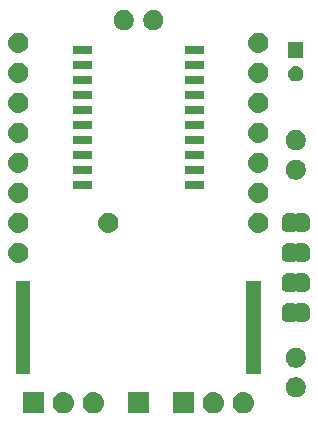
<source format=gbr>
G04 #@! TF.GenerationSoftware,KiCad,Pcbnew,(5.1.2)-1*
G04 #@! TF.CreationDate,2019-11-23T21:49:29-05:00*
G04 #@! TF.ProjectId,c128-sram,63313238-2d73-4726-916d-2e6b69636164,rev?*
G04 #@! TF.SameCoordinates,Original*
G04 #@! TF.FileFunction,Soldermask,Top*
G04 #@! TF.FilePolarity,Negative*
%FSLAX46Y46*%
G04 Gerber Fmt 4.6, Leading zero omitted, Abs format (unit mm)*
G04 Created by KiCad (PCBNEW (5.1.2)-1) date 2019-11-23 21:49:29*
%MOMM*%
%LPD*%
G04 APERTURE LIST*
%ADD10C,0.100000*%
G04 APERTURE END LIST*
D10*
G36*
X82660443Y-113405519D02*
G01*
X82726627Y-113412037D01*
X82896466Y-113463557D01*
X83052991Y-113547222D01*
X83088729Y-113576552D01*
X83190186Y-113659814D01*
X83259395Y-113744147D01*
X83302778Y-113797009D01*
X83386443Y-113953534D01*
X83437963Y-114123373D01*
X83455359Y-114300000D01*
X83437963Y-114476627D01*
X83386443Y-114646466D01*
X83302778Y-114802991D01*
X83273448Y-114838729D01*
X83190186Y-114940186D01*
X83088729Y-115023448D01*
X83052991Y-115052778D01*
X82896466Y-115136443D01*
X82726627Y-115187963D01*
X82660442Y-115194482D01*
X82594260Y-115201000D01*
X82505740Y-115201000D01*
X82439558Y-115194482D01*
X82373373Y-115187963D01*
X82203534Y-115136443D01*
X82047009Y-115052778D01*
X82011271Y-115023448D01*
X81909814Y-114940186D01*
X81826552Y-114838729D01*
X81797222Y-114802991D01*
X81713557Y-114646466D01*
X81662037Y-114476627D01*
X81644641Y-114300000D01*
X81662037Y-114123373D01*
X81713557Y-113953534D01*
X81797222Y-113797009D01*
X81840605Y-113744147D01*
X81909814Y-113659814D01*
X82011271Y-113576552D01*
X82047009Y-113547222D01*
X82203534Y-113463557D01*
X82373373Y-113412037D01*
X82439557Y-113405519D01*
X82505740Y-113399000D01*
X82594260Y-113399000D01*
X82660443Y-113405519D01*
X82660443Y-113405519D01*
G37*
G36*
X80120443Y-113405519D02*
G01*
X80186627Y-113412037D01*
X80356466Y-113463557D01*
X80512991Y-113547222D01*
X80548729Y-113576552D01*
X80650186Y-113659814D01*
X80719395Y-113744147D01*
X80762778Y-113797009D01*
X80846443Y-113953534D01*
X80897963Y-114123373D01*
X80915359Y-114300000D01*
X80897963Y-114476627D01*
X80846443Y-114646466D01*
X80762778Y-114802991D01*
X80733448Y-114838729D01*
X80650186Y-114940186D01*
X80548729Y-115023448D01*
X80512991Y-115052778D01*
X80356466Y-115136443D01*
X80186627Y-115187963D01*
X80120442Y-115194482D01*
X80054260Y-115201000D01*
X79965740Y-115201000D01*
X79899558Y-115194482D01*
X79833373Y-115187963D01*
X79663534Y-115136443D01*
X79507009Y-115052778D01*
X79471271Y-115023448D01*
X79369814Y-114940186D01*
X79286552Y-114838729D01*
X79257222Y-114802991D01*
X79173557Y-114646466D01*
X79122037Y-114476627D01*
X79104641Y-114300000D01*
X79122037Y-114123373D01*
X79173557Y-113953534D01*
X79257222Y-113797009D01*
X79300605Y-113744147D01*
X79369814Y-113659814D01*
X79471271Y-113576552D01*
X79507009Y-113547222D01*
X79663534Y-113463557D01*
X79833373Y-113412037D01*
X79899557Y-113405519D01*
X79965740Y-113399000D01*
X80054260Y-113399000D01*
X80120443Y-113405519D01*
X80120443Y-113405519D01*
G37*
G36*
X74561000Y-115201000D02*
G01*
X72759000Y-115201000D01*
X72759000Y-113399000D01*
X74561000Y-113399000D01*
X74561000Y-115201000D01*
X74561000Y-115201000D01*
G37*
G36*
X65671000Y-115201000D02*
G01*
X63869000Y-115201000D01*
X63869000Y-113399000D01*
X65671000Y-113399000D01*
X65671000Y-115201000D01*
X65671000Y-115201000D01*
G37*
G36*
X69960443Y-113405519D02*
G01*
X70026627Y-113412037D01*
X70196466Y-113463557D01*
X70352991Y-113547222D01*
X70388729Y-113576552D01*
X70490186Y-113659814D01*
X70559395Y-113744147D01*
X70602778Y-113797009D01*
X70686443Y-113953534D01*
X70737963Y-114123373D01*
X70755359Y-114300000D01*
X70737963Y-114476627D01*
X70686443Y-114646466D01*
X70602778Y-114802991D01*
X70573448Y-114838729D01*
X70490186Y-114940186D01*
X70388729Y-115023448D01*
X70352991Y-115052778D01*
X70196466Y-115136443D01*
X70026627Y-115187963D01*
X69960442Y-115194482D01*
X69894260Y-115201000D01*
X69805740Y-115201000D01*
X69739558Y-115194482D01*
X69673373Y-115187963D01*
X69503534Y-115136443D01*
X69347009Y-115052778D01*
X69311271Y-115023448D01*
X69209814Y-114940186D01*
X69126552Y-114838729D01*
X69097222Y-114802991D01*
X69013557Y-114646466D01*
X68962037Y-114476627D01*
X68944641Y-114300000D01*
X68962037Y-114123373D01*
X69013557Y-113953534D01*
X69097222Y-113797009D01*
X69140605Y-113744147D01*
X69209814Y-113659814D01*
X69311271Y-113576552D01*
X69347009Y-113547222D01*
X69503534Y-113463557D01*
X69673373Y-113412037D01*
X69739557Y-113405519D01*
X69805740Y-113399000D01*
X69894260Y-113399000D01*
X69960443Y-113405519D01*
X69960443Y-113405519D01*
G37*
G36*
X78371000Y-115201000D02*
G01*
X76569000Y-115201000D01*
X76569000Y-113399000D01*
X78371000Y-113399000D01*
X78371000Y-115201000D01*
X78371000Y-115201000D01*
G37*
G36*
X67420443Y-113405519D02*
G01*
X67486627Y-113412037D01*
X67656466Y-113463557D01*
X67812991Y-113547222D01*
X67848729Y-113576552D01*
X67950186Y-113659814D01*
X68019395Y-113744147D01*
X68062778Y-113797009D01*
X68146443Y-113953534D01*
X68197963Y-114123373D01*
X68215359Y-114300000D01*
X68197963Y-114476627D01*
X68146443Y-114646466D01*
X68062778Y-114802991D01*
X68033448Y-114838729D01*
X67950186Y-114940186D01*
X67848729Y-115023448D01*
X67812991Y-115052778D01*
X67656466Y-115136443D01*
X67486627Y-115187963D01*
X67420442Y-115194482D01*
X67354260Y-115201000D01*
X67265740Y-115201000D01*
X67199558Y-115194482D01*
X67133373Y-115187963D01*
X66963534Y-115136443D01*
X66807009Y-115052778D01*
X66771271Y-115023448D01*
X66669814Y-114940186D01*
X66586552Y-114838729D01*
X66557222Y-114802991D01*
X66473557Y-114646466D01*
X66422037Y-114476627D01*
X66404641Y-114300000D01*
X66422037Y-114123373D01*
X66473557Y-113953534D01*
X66557222Y-113797009D01*
X66600605Y-113744147D01*
X66669814Y-113659814D01*
X66771271Y-113576552D01*
X66807009Y-113547222D01*
X66963534Y-113463557D01*
X67133373Y-113412037D01*
X67199557Y-113405519D01*
X67265740Y-113399000D01*
X67354260Y-113399000D01*
X67420443Y-113405519D01*
X67420443Y-113405519D01*
G37*
G36*
X87243228Y-112171703D02*
G01*
X87398100Y-112235853D01*
X87537481Y-112328985D01*
X87656015Y-112447519D01*
X87749147Y-112586900D01*
X87813297Y-112741772D01*
X87846000Y-112906184D01*
X87846000Y-113073816D01*
X87813297Y-113238228D01*
X87749147Y-113393100D01*
X87656015Y-113532481D01*
X87537481Y-113651015D01*
X87398100Y-113744147D01*
X87243228Y-113808297D01*
X87078816Y-113841000D01*
X86911184Y-113841000D01*
X86746772Y-113808297D01*
X86591900Y-113744147D01*
X86452519Y-113651015D01*
X86333985Y-113532481D01*
X86240853Y-113393100D01*
X86176703Y-113238228D01*
X86144000Y-113073816D01*
X86144000Y-112906184D01*
X86176703Y-112741772D01*
X86240853Y-112586900D01*
X86333985Y-112447519D01*
X86452519Y-112328985D01*
X86591900Y-112235853D01*
X86746772Y-112171703D01*
X86911184Y-112139000D01*
X87078816Y-112139000D01*
X87243228Y-112171703D01*
X87243228Y-112171703D01*
G37*
G36*
X84011000Y-111876000D02*
G01*
X82809000Y-111876000D01*
X82809000Y-104024000D01*
X84011000Y-104024000D01*
X84011000Y-111876000D01*
X84011000Y-111876000D01*
G37*
G36*
X64511000Y-111876000D02*
G01*
X63309000Y-111876000D01*
X63309000Y-104024000D01*
X64511000Y-104024000D01*
X64511000Y-111876000D01*
X64511000Y-111876000D01*
G37*
G36*
X87243228Y-109671703D02*
G01*
X87398100Y-109735853D01*
X87537481Y-109828985D01*
X87656015Y-109947519D01*
X87749147Y-110086900D01*
X87813297Y-110241772D01*
X87846000Y-110406184D01*
X87846000Y-110573816D01*
X87813297Y-110738228D01*
X87749147Y-110893100D01*
X87656015Y-111032481D01*
X87537481Y-111151015D01*
X87398100Y-111244147D01*
X87243228Y-111308297D01*
X87078816Y-111341000D01*
X86911184Y-111341000D01*
X86746772Y-111308297D01*
X86591900Y-111244147D01*
X86452519Y-111151015D01*
X86333985Y-111032481D01*
X86240853Y-110893100D01*
X86176703Y-110738228D01*
X86144000Y-110573816D01*
X86144000Y-110406184D01*
X86176703Y-110241772D01*
X86240853Y-110086900D01*
X86333985Y-109947519D01*
X86452519Y-109828985D01*
X86591900Y-109735853D01*
X86746772Y-109671703D01*
X86911184Y-109639000D01*
X87078816Y-109639000D01*
X87243228Y-109671703D01*
X87243228Y-109671703D01*
G37*
G36*
X86854999Y-105879737D02*
G01*
X86864608Y-105882652D01*
X86873472Y-105887390D01*
X86881237Y-105893763D01*
X86891448Y-105906206D01*
X86898378Y-105916575D01*
X86915705Y-105933902D01*
X86936080Y-105947515D01*
X86958720Y-105956891D01*
X86982753Y-105961671D01*
X87007257Y-105961670D01*
X87031290Y-105956888D01*
X87053929Y-105947510D01*
X87074302Y-105933895D01*
X87091629Y-105916568D01*
X87098558Y-105906198D01*
X87108763Y-105893763D01*
X87116528Y-105887390D01*
X87125392Y-105882652D01*
X87135001Y-105879737D01*
X87151140Y-105878148D01*
X87638861Y-105878148D01*
X87657199Y-105879954D01*
X87669450Y-105880556D01*
X87687869Y-105880556D01*
X87710149Y-105882750D01*
X87794233Y-105899476D01*
X87815660Y-105905976D01*
X87894858Y-105938780D01*
X87900303Y-105941691D01*
X87900309Y-105941693D01*
X87909169Y-105946429D01*
X87909173Y-105946432D01*
X87914614Y-105949340D01*
X87985899Y-105996971D01*
X88003204Y-106011172D01*
X88063828Y-106071796D01*
X88078029Y-106089101D01*
X88125660Y-106160386D01*
X88128568Y-106165827D01*
X88128571Y-106165831D01*
X88133307Y-106174691D01*
X88133309Y-106174697D01*
X88136220Y-106180142D01*
X88169024Y-106259340D01*
X88175524Y-106280767D01*
X88192250Y-106364851D01*
X88194444Y-106387131D01*
X88194444Y-106405550D01*
X88195046Y-106417801D01*
X88196852Y-106436139D01*
X88196852Y-106923862D01*
X88195046Y-106942199D01*
X88194444Y-106954450D01*
X88194444Y-106972869D01*
X88192250Y-106995149D01*
X88175524Y-107079233D01*
X88169024Y-107100660D01*
X88136220Y-107179858D01*
X88133309Y-107185303D01*
X88133307Y-107185309D01*
X88128571Y-107194169D01*
X88128568Y-107194173D01*
X88125660Y-107199614D01*
X88078029Y-107270899D01*
X88063828Y-107288204D01*
X88003204Y-107348828D01*
X87985899Y-107363029D01*
X87914614Y-107410660D01*
X87909173Y-107413568D01*
X87909169Y-107413571D01*
X87900309Y-107418307D01*
X87900303Y-107418309D01*
X87894858Y-107421220D01*
X87815660Y-107454024D01*
X87794233Y-107460524D01*
X87710149Y-107477250D01*
X87687869Y-107479444D01*
X87669450Y-107479444D01*
X87657199Y-107480046D01*
X87638862Y-107481852D01*
X87151140Y-107481852D01*
X87135001Y-107480263D01*
X87125392Y-107477348D01*
X87116528Y-107472610D01*
X87108763Y-107466237D01*
X87098552Y-107453794D01*
X87091622Y-107443425D01*
X87074295Y-107426098D01*
X87053920Y-107412485D01*
X87031280Y-107403109D01*
X87007247Y-107398329D01*
X86982743Y-107398330D01*
X86958710Y-107403112D01*
X86936071Y-107412490D01*
X86915698Y-107426105D01*
X86898371Y-107443432D01*
X86891442Y-107453802D01*
X86881237Y-107466237D01*
X86873472Y-107472610D01*
X86864608Y-107477348D01*
X86854999Y-107480263D01*
X86838860Y-107481852D01*
X86351138Y-107481852D01*
X86332801Y-107480046D01*
X86320550Y-107479444D01*
X86302131Y-107479444D01*
X86279851Y-107477250D01*
X86195767Y-107460524D01*
X86174340Y-107454024D01*
X86095142Y-107421220D01*
X86089697Y-107418309D01*
X86089691Y-107418307D01*
X86080831Y-107413571D01*
X86080827Y-107413568D01*
X86075386Y-107410660D01*
X86004101Y-107363029D01*
X85986796Y-107348828D01*
X85926172Y-107288204D01*
X85911971Y-107270899D01*
X85864340Y-107199614D01*
X85861432Y-107194173D01*
X85861429Y-107194169D01*
X85856693Y-107185309D01*
X85856691Y-107185303D01*
X85853780Y-107179858D01*
X85820976Y-107100660D01*
X85814476Y-107079233D01*
X85797750Y-106995149D01*
X85795556Y-106972869D01*
X85795556Y-106954450D01*
X85794954Y-106942199D01*
X85793148Y-106923862D01*
X85793148Y-106436139D01*
X85794954Y-106417801D01*
X85795556Y-106405550D01*
X85795556Y-106387131D01*
X85797750Y-106364851D01*
X85814476Y-106280767D01*
X85820976Y-106259340D01*
X85853780Y-106180142D01*
X85856691Y-106174697D01*
X85856693Y-106174691D01*
X85861429Y-106165831D01*
X85861432Y-106165827D01*
X85864340Y-106160386D01*
X85911971Y-106089101D01*
X85926172Y-106071796D01*
X85986796Y-106011172D01*
X86004101Y-105996971D01*
X86075386Y-105949340D01*
X86080827Y-105946432D01*
X86080831Y-105946429D01*
X86089691Y-105941693D01*
X86089697Y-105941691D01*
X86095142Y-105938780D01*
X86174340Y-105905976D01*
X86195767Y-105899476D01*
X86279851Y-105882750D01*
X86302131Y-105880556D01*
X86320550Y-105880556D01*
X86332801Y-105879954D01*
X86351139Y-105878148D01*
X86838860Y-105878148D01*
X86854999Y-105879737D01*
X86854999Y-105879737D01*
G37*
G36*
X86854999Y-103339737D02*
G01*
X86864608Y-103342652D01*
X86873472Y-103347390D01*
X86881237Y-103353763D01*
X86891448Y-103366206D01*
X86898378Y-103376575D01*
X86915705Y-103393902D01*
X86936080Y-103407515D01*
X86958720Y-103416891D01*
X86982753Y-103421671D01*
X87007257Y-103421670D01*
X87031290Y-103416888D01*
X87053929Y-103407510D01*
X87074302Y-103393895D01*
X87091629Y-103376568D01*
X87098558Y-103366198D01*
X87108763Y-103353763D01*
X87116528Y-103347390D01*
X87125392Y-103342652D01*
X87135001Y-103339737D01*
X87151140Y-103338148D01*
X87638861Y-103338148D01*
X87657199Y-103339954D01*
X87669450Y-103340556D01*
X87687869Y-103340556D01*
X87710149Y-103342750D01*
X87794233Y-103359476D01*
X87815660Y-103365976D01*
X87894858Y-103398780D01*
X87900303Y-103401691D01*
X87900309Y-103401693D01*
X87909169Y-103406429D01*
X87909173Y-103406432D01*
X87914614Y-103409340D01*
X87985899Y-103456971D01*
X88003204Y-103471172D01*
X88063828Y-103531796D01*
X88078029Y-103549101D01*
X88125660Y-103620386D01*
X88128568Y-103625827D01*
X88128571Y-103625831D01*
X88133307Y-103634691D01*
X88133309Y-103634697D01*
X88136220Y-103640142D01*
X88169024Y-103719340D01*
X88175524Y-103740767D01*
X88192250Y-103824851D01*
X88194444Y-103847131D01*
X88194444Y-103865550D01*
X88195046Y-103877801D01*
X88196852Y-103896139D01*
X88196852Y-104383862D01*
X88195046Y-104402199D01*
X88194444Y-104414450D01*
X88194444Y-104432869D01*
X88192250Y-104455149D01*
X88175524Y-104539233D01*
X88169024Y-104560660D01*
X88136220Y-104639858D01*
X88133309Y-104645303D01*
X88133307Y-104645309D01*
X88128571Y-104654169D01*
X88128568Y-104654173D01*
X88125660Y-104659614D01*
X88078029Y-104730899D01*
X88063828Y-104748204D01*
X88003204Y-104808828D01*
X87985899Y-104823029D01*
X87914614Y-104870660D01*
X87909173Y-104873568D01*
X87909169Y-104873571D01*
X87900309Y-104878307D01*
X87900303Y-104878309D01*
X87894858Y-104881220D01*
X87815660Y-104914024D01*
X87794233Y-104920524D01*
X87710149Y-104937250D01*
X87687869Y-104939444D01*
X87669450Y-104939444D01*
X87657199Y-104940046D01*
X87638862Y-104941852D01*
X87151140Y-104941852D01*
X87135001Y-104940263D01*
X87125392Y-104937348D01*
X87116528Y-104932610D01*
X87108763Y-104926237D01*
X87098552Y-104913794D01*
X87091622Y-104903425D01*
X87074295Y-104886098D01*
X87053920Y-104872485D01*
X87031280Y-104863109D01*
X87007247Y-104858329D01*
X86982743Y-104858330D01*
X86958710Y-104863112D01*
X86936071Y-104872490D01*
X86915698Y-104886105D01*
X86898371Y-104903432D01*
X86891442Y-104913802D01*
X86881237Y-104926237D01*
X86873472Y-104932610D01*
X86864608Y-104937348D01*
X86854999Y-104940263D01*
X86838860Y-104941852D01*
X86351138Y-104941852D01*
X86332801Y-104940046D01*
X86320550Y-104939444D01*
X86302131Y-104939444D01*
X86279851Y-104937250D01*
X86195767Y-104920524D01*
X86174340Y-104914024D01*
X86095142Y-104881220D01*
X86089697Y-104878309D01*
X86089691Y-104878307D01*
X86080831Y-104873571D01*
X86080827Y-104873568D01*
X86075386Y-104870660D01*
X86004101Y-104823029D01*
X85986796Y-104808828D01*
X85926172Y-104748204D01*
X85911971Y-104730899D01*
X85864340Y-104659614D01*
X85861432Y-104654173D01*
X85861429Y-104654169D01*
X85856693Y-104645309D01*
X85856691Y-104645303D01*
X85853780Y-104639858D01*
X85820976Y-104560660D01*
X85814476Y-104539233D01*
X85797750Y-104455149D01*
X85795556Y-104432869D01*
X85795556Y-104414450D01*
X85794954Y-104402199D01*
X85793148Y-104383862D01*
X85793148Y-103896139D01*
X85794954Y-103877801D01*
X85795556Y-103865550D01*
X85795556Y-103847131D01*
X85797750Y-103824851D01*
X85814476Y-103740767D01*
X85820976Y-103719340D01*
X85853780Y-103640142D01*
X85856691Y-103634697D01*
X85856693Y-103634691D01*
X85861429Y-103625831D01*
X85861432Y-103625827D01*
X85864340Y-103620386D01*
X85911971Y-103549101D01*
X85926172Y-103531796D01*
X85986796Y-103471172D01*
X86004101Y-103456971D01*
X86075386Y-103409340D01*
X86080827Y-103406432D01*
X86080831Y-103406429D01*
X86089691Y-103401693D01*
X86089697Y-103401691D01*
X86095142Y-103398780D01*
X86174340Y-103365976D01*
X86195767Y-103359476D01*
X86279851Y-103342750D01*
X86302131Y-103340556D01*
X86320550Y-103340556D01*
X86332801Y-103339954D01*
X86351139Y-103338148D01*
X86838860Y-103338148D01*
X86854999Y-103339737D01*
X86854999Y-103339737D01*
G37*
G36*
X63666703Y-100762473D02*
G01*
X63827122Y-100811136D01*
X63936014Y-100869340D01*
X63974958Y-100890156D01*
X64104539Y-100996501D01*
X64210884Y-101126082D01*
X64210885Y-101126084D01*
X64289904Y-101273918D01*
X64338567Y-101434337D01*
X64354997Y-101601160D01*
X64338567Y-101767983D01*
X64289904Y-101928402D01*
X64243748Y-102014753D01*
X64210884Y-102076238D01*
X64104539Y-102205819D01*
X63974958Y-102312164D01*
X63974956Y-102312165D01*
X63827122Y-102391184D01*
X63666703Y-102439847D01*
X63541684Y-102452160D01*
X63458076Y-102452160D01*
X63333057Y-102439847D01*
X63172638Y-102391184D01*
X63024804Y-102312165D01*
X63024802Y-102312164D01*
X62895221Y-102205819D01*
X62788876Y-102076238D01*
X62756012Y-102014753D01*
X62709856Y-101928402D01*
X62661193Y-101767983D01*
X62644763Y-101601160D01*
X62661193Y-101434337D01*
X62709856Y-101273918D01*
X62788875Y-101126084D01*
X62788876Y-101126082D01*
X62895221Y-100996501D01*
X63024802Y-100890156D01*
X63063746Y-100869340D01*
X63172638Y-100811136D01*
X63333057Y-100762473D01*
X63458076Y-100750160D01*
X63541684Y-100750160D01*
X63666703Y-100762473D01*
X63666703Y-100762473D01*
G37*
G36*
X86854999Y-100799737D02*
G01*
X86864608Y-100802652D01*
X86873472Y-100807390D01*
X86881237Y-100813763D01*
X86891448Y-100826206D01*
X86898378Y-100836575D01*
X86915705Y-100853902D01*
X86936080Y-100867515D01*
X86958720Y-100876891D01*
X86982753Y-100881671D01*
X87007257Y-100881670D01*
X87031290Y-100876888D01*
X87053929Y-100867510D01*
X87074302Y-100853895D01*
X87091629Y-100836568D01*
X87098558Y-100826198D01*
X87108763Y-100813763D01*
X87116528Y-100807390D01*
X87125392Y-100802652D01*
X87135001Y-100799737D01*
X87151140Y-100798148D01*
X87638861Y-100798148D01*
X87657199Y-100799954D01*
X87669450Y-100800556D01*
X87687869Y-100800556D01*
X87710149Y-100802750D01*
X87794233Y-100819476D01*
X87815660Y-100825976D01*
X87894858Y-100858780D01*
X87900303Y-100861691D01*
X87900309Y-100861693D01*
X87909169Y-100866429D01*
X87909173Y-100866432D01*
X87914614Y-100869340D01*
X87985899Y-100916971D01*
X88003204Y-100931172D01*
X88063828Y-100991796D01*
X88078029Y-101009101D01*
X88125660Y-101080386D01*
X88128568Y-101085827D01*
X88128571Y-101085831D01*
X88133307Y-101094691D01*
X88133309Y-101094697D01*
X88136220Y-101100142D01*
X88169024Y-101179340D01*
X88175524Y-101200767D01*
X88192250Y-101284851D01*
X88194444Y-101307131D01*
X88194444Y-101325550D01*
X88195046Y-101337801D01*
X88196852Y-101356139D01*
X88196852Y-101843862D01*
X88195046Y-101862199D01*
X88194444Y-101874450D01*
X88194444Y-101892869D01*
X88192250Y-101915149D01*
X88175524Y-101999233D01*
X88169024Y-102020660D01*
X88136220Y-102099858D01*
X88133309Y-102105303D01*
X88133307Y-102105309D01*
X88128571Y-102114169D01*
X88128568Y-102114173D01*
X88125660Y-102119614D01*
X88078029Y-102190899D01*
X88063828Y-102208204D01*
X88003204Y-102268828D01*
X87985899Y-102283029D01*
X87914614Y-102330660D01*
X87909173Y-102333568D01*
X87909169Y-102333571D01*
X87900309Y-102338307D01*
X87900303Y-102338309D01*
X87894858Y-102341220D01*
X87815660Y-102374024D01*
X87794233Y-102380524D01*
X87710149Y-102397250D01*
X87687869Y-102399444D01*
X87669450Y-102399444D01*
X87657199Y-102400046D01*
X87638862Y-102401852D01*
X87151140Y-102401852D01*
X87135001Y-102400263D01*
X87125392Y-102397348D01*
X87116528Y-102392610D01*
X87108763Y-102386237D01*
X87098552Y-102373794D01*
X87091622Y-102363425D01*
X87074295Y-102346098D01*
X87053920Y-102332485D01*
X87031280Y-102323109D01*
X87007247Y-102318329D01*
X86982743Y-102318330D01*
X86958710Y-102323112D01*
X86936071Y-102332490D01*
X86915698Y-102346105D01*
X86898371Y-102363432D01*
X86891442Y-102373802D01*
X86881237Y-102386237D01*
X86873472Y-102392610D01*
X86864608Y-102397348D01*
X86854999Y-102400263D01*
X86838860Y-102401852D01*
X86351138Y-102401852D01*
X86332801Y-102400046D01*
X86320550Y-102399444D01*
X86302131Y-102399444D01*
X86279851Y-102397250D01*
X86195767Y-102380524D01*
X86174340Y-102374024D01*
X86095142Y-102341220D01*
X86089697Y-102338309D01*
X86089691Y-102338307D01*
X86080831Y-102333571D01*
X86080827Y-102333568D01*
X86075386Y-102330660D01*
X86004101Y-102283029D01*
X85986796Y-102268828D01*
X85926172Y-102208204D01*
X85911971Y-102190899D01*
X85864340Y-102119614D01*
X85861432Y-102114173D01*
X85861429Y-102114169D01*
X85856693Y-102105309D01*
X85856691Y-102105303D01*
X85853780Y-102099858D01*
X85820976Y-102020660D01*
X85814476Y-101999233D01*
X85797750Y-101915149D01*
X85795556Y-101892869D01*
X85795556Y-101874450D01*
X85794954Y-101862199D01*
X85793148Y-101843862D01*
X85793148Y-101356139D01*
X85794954Y-101337801D01*
X85795556Y-101325550D01*
X85795556Y-101307131D01*
X85797750Y-101284851D01*
X85814476Y-101200767D01*
X85820976Y-101179340D01*
X85853780Y-101100142D01*
X85856691Y-101094697D01*
X85856693Y-101094691D01*
X85861429Y-101085831D01*
X85861432Y-101085827D01*
X85864340Y-101080386D01*
X85911971Y-101009101D01*
X85926172Y-100991796D01*
X85986796Y-100931172D01*
X86004101Y-100916971D01*
X86075386Y-100869340D01*
X86080827Y-100866432D01*
X86080831Y-100866429D01*
X86089691Y-100861693D01*
X86089697Y-100861691D01*
X86095142Y-100858780D01*
X86174340Y-100825976D01*
X86195767Y-100819476D01*
X86279851Y-100802750D01*
X86302131Y-100800556D01*
X86320550Y-100800556D01*
X86332801Y-100799954D01*
X86351139Y-100798148D01*
X86838860Y-100798148D01*
X86854999Y-100799737D01*
X86854999Y-100799737D01*
G37*
G36*
X83986703Y-98222473D02*
G01*
X84147122Y-98271136D01*
X84256014Y-98329340D01*
X84294958Y-98350156D01*
X84424539Y-98456501D01*
X84530884Y-98586082D01*
X84530885Y-98586084D01*
X84609904Y-98733918D01*
X84658567Y-98894337D01*
X84674997Y-99061160D01*
X84658567Y-99227983D01*
X84609904Y-99388402D01*
X84563748Y-99474753D01*
X84530884Y-99536238D01*
X84424539Y-99665819D01*
X84294958Y-99772164D01*
X84294956Y-99772165D01*
X84147122Y-99851184D01*
X83986703Y-99899847D01*
X83861684Y-99912160D01*
X83778076Y-99912160D01*
X83653057Y-99899847D01*
X83492638Y-99851184D01*
X83344804Y-99772165D01*
X83344802Y-99772164D01*
X83215221Y-99665819D01*
X83108876Y-99536238D01*
X83076012Y-99474753D01*
X83029856Y-99388402D01*
X82981193Y-99227983D01*
X82964763Y-99061160D01*
X82981193Y-98894337D01*
X83029856Y-98733918D01*
X83108875Y-98586084D01*
X83108876Y-98586082D01*
X83215221Y-98456501D01*
X83344802Y-98350156D01*
X83383746Y-98329340D01*
X83492638Y-98271136D01*
X83653057Y-98222473D01*
X83778076Y-98210160D01*
X83861684Y-98210160D01*
X83986703Y-98222473D01*
X83986703Y-98222473D01*
G37*
G36*
X71286703Y-98222473D02*
G01*
X71447122Y-98271136D01*
X71556014Y-98329340D01*
X71594958Y-98350156D01*
X71724539Y-98456501D01*
X71830884Y-98586082D01*
X71830885Y-98586084D01*
X71909904Y-98733918D01*
X71958567Y-98894337D01*
X71974997Y-99061160D01*
X71958567Y-99227983D01*
X71909904Y-99388402D01*
X71863748Y-99474753D01*
X71830884Y-99536238D01*
X71724539Y-99665819D01*
X71594958Y-99772164D01*
X71594956Y-99772165D01*
X71447122Y-99851184D01*
X71286703Y-99899847D01*
X71161684Y-99912160D01*
X71078076Y-99912160D01*
X70953057Y-99899847D01*
X70792638Y-99851184D01*
X70644804Y-99772165D01*
X70644802Y-99772164D01*
X70515221Y-99665819D01*
X70408876Y-99536238D01*
X70376012Y-99474753D01*
X70329856Y-99388402D01*
X70281193Y-99227983D01*
X70264763Y-99061160D01*
X70281193Y-98894337D01*
X70329856Y-98733918D01*
X70408875Y-98586084D01*
X70408876Y-98586082D01*
X70515221Y-98456501D01*
X70644802Y-98350156D01*
X70683746Y-98329340D01*
X70792638Y-98271136D01*
X70953057Y-98222473D01*
X71078076Y-98210160D01*
X71161684Y-98210160D01*
X71286703Y-98222473D01*
X71286703Y-98222473D01*
G37*
G36*
X63666703Y-98222473D02*
G01*
X63827122Y-98271136D01*
X63936014Y-98329340D01*
X63974958Y-98350156D01*
X64104539Y-98456501D01*
X64210884Y-98586082D01*
X64210885Y-98586084D01*
X64289904Y-98733918D01*
X64338567Y-98894337D01*
X64354997Y-99061160D01*
X64338567Y-99227983D01*
X64289904Y-99388402D01*
X64243748Y-99474753D01*
X64210884Y-99536238D01*
X64104539Y-99665819D01*
X63974958Y-99772164D01*
X63974956Y-99772165D01*
X63827122Y-99851184D01*
X63666703Y-99899847D01*
X63541684Y-99912160D01*
X63458076Y-99912160D01*
X63333057Y-99899847D01*
X63172638Y-99851184D01*
X63024804Y-99772165D01*
X63024802Y-99772164D01*
X62895221Y-99665819D01*
X62788876Y-99536238D01*
X62756012Y-99474753D01*
X62709856Y-99388402D01*
X62661193Y-99227983D01*
X62644763Y-99061160D01*
X62661193Y-98894337D01*
X62709856Y-98733918D01*
X62788875Y-98586084D01*
X62788876Y-98586082D01*
X62895221Y-98456501D01*
X63024802Y-98350156D01*
X63063746Y-98329340D01*
X63172638Y-98271136D01*
X63333057Y-98222473D01*
X63458076Y-98210160D01*
X63541684Y-98210160D01*
X63666703Y-98222473D01*
X63666703Y-98222473D01*
G37*
G36*
X86854999Y-98259737D02*
G01*
X86864608Y-98262652D01*
X86873472Y-98267390D01*
X86881237Y-98273763D01*
X86891448Y-98286206D01*
X86898378Y-98296575D01*
X86915705Y-98313902D01*
X86936080Y-98327515D01*
X86958720Y-98336891D01*
X86982753Y-98341671D01*
X87007257Y-98341670D01*
X87031290Y-98336888D01*
X87053929Y-98327510D01*
X87074302Y-98313895D01*
X87091629Y-98296568D01*
X87098558Y-98286198D01*
X87108763Y-98273763D01*
X87116528Y-98267390D01*
X87125392Y-98262652D01*
X87135001Y-98259737D01*
X87151140Y-98258148D01*
X87638861Y-98258148D01*
X87657199Y-98259954D01*
X87669450Y-98260556D01*
X87687869Y-98260556D01*
X87710149Y-98262750D01*
X87794233Y-98279476D01*
X87815660Y-98285976D01*
X87894858Y-98318780D01*
X87900303Y-98321691D01*
X87900309Y-98321693D01*
X87909169Y-98326429D01*
X87909173Y-98326432D01*
X87914614Y-98329340D01*
X87985899Y-98376971D01*
X88003204Y-98391172D01*
X88063828Y-98451796D01*
X88078029Y-98469101D01*
X88125660Y-98540386D01*
X88128568Y-98545827D01*
X88128571Y-98545831D01*
X88133307Y-98554691D01*
X88133309Y-98554697D01*
X88136220Y-98560142D01*
X88169024Y-98639340D01*
X88175524Y-98660767D01*
X88192250Y-98744851D01*
X88194444Y-98767131D01*
X88194444Y-98785550D01*
X88195046Y-98797801D01*
X88196852Y-98816139D01*
X88196852Y-99303862D01*
X88195046Y-99322199D01*
X88194444Y-99334450D01*
X88194444Y-99352869D01*
X88192250Y-99375149D01*
X88175524Y-99459233D01*
X88169024Y-99480660D01*
X88136220Y-99559858D01*
X88133309Y-99565303D01*
X88133307Y-99565309D01*
X88128571Y-99574169D01*
X88128568Y-99574173D01*
X88125660Y-99579614D01*
X88078029Y-99650899D01*
X88063828Y-99668204D01*
X88003204Y-99728828D01*
X87985899Y-99743029D01*
X87914614Y-99790660D01*
X87909173Y-99793568D01*
X87909169Y-99793571D01*
X87900309Y-99798307D01*
X87900303Y-99798309D01*
X87894858Y-99801220D01*
X87815660Y-99834024D01*
X87794233Y-99840524D01*
X87710149Y-99857250D01*
X87687869Y-99859444D01*
X87669450Y-99859444D01*
X87657199Y-99860046D01*
X87638862Y-99861852D01*
X87151140Y-99861852D01*
X87135001Y-99860263D01*
X87125392Y-99857348D01*
X87116528Y-99852610D01*
X87108763Y-99846237D01*
X87098552Y-99833794D01*
X87091622Y-99823425D01*
X87074295Y-99806098D01*
X87053920Y-99792485D01*
X87031280Y-99783109D01*
X87007247Y-99778329D01*
X86982743Y-99778330D01*
X86958710Y-99783112D01*
X86936071Y-99792490D01*
X86915698Y-99806105D01*
X86898371Y-99823432D01*
X86891442Y-99833802D01*
X86881237Y-99846237D01*
X86873472Y-99852610D01*
X86864608Y-99857348D01*
X86854999Y-99860263D01*
X86838860Y-99861852D01*
X86351138Y-99861852D01*
X86332801Y-99860046D01*
X86320550Y-99859444D01*
X86302131Y-99859444D01*
X86279851Y-99857250D01*
X86195767Y-99840524D01*
X86174340Y-99834024D01*
X86095142Y-99801220D01*
X86089697Y-99798309D01*
X86089691Y-99798307D01*
X86080831Y-99793571D01*
X86080827Y-99793568D01*
X86075386Y-99790660D01*
X86004101Y-99743029D01*
X85986796Y-99728828D01*
X85926172Y-99668204D01*
X85911971Y-99650899D01*
X85864340Y-99579614D01*
X85861432Y-99574173D01*
X85861429Y-99574169D01*
X85856693Y-99565309D01*
X85856691Y-99565303D01*
X85853780Y-99559858D01*
X85820976Y-99480660D01*
X85814476Y-99459233D01*
X85797750Y-99375149D01*
X85795556Y-99352869D01*
X85795556Y-99334450D01*
X85794954Y-99322199D01*
X85793148Y-99303862D01*
X85793148Y-98816139D01*
X85794954Y-98797801D01*
X85795556Y-98785550D01*
X85795556Y-98767131D01*
X85797750Y-98744851D01*
X85814476Y-98660767D01*
X85820976Y-98639340D01*
X85853780Y-98560142D01*
X85856691Y-98554697D01*
X85856693Y-98554691D01*
X85861429Y-98545831D01*
X85861432Y-98545827D01*
X85864340Y-98540386D01*
X85911971Y-98469101D01*
X85926172Y-98451796D01*
X85986796Y-98391172D01*
X86004101Y-98376971D01*
X86075386Y-98329340D01*
X86080827Y-98326432D01*
X86080831Y-98326429D01*
X86089691Y-98321693D01*
X86089697Y-98321691D01*
X86095142Y-98318780D01*
X86174340Y-98285976D01*
X86195767Y-98279476D01*
X86279851Y-98262750D01*
X86302131Y-98260556D01*
X86320550Y-98260556D01*
X86332801Y-98259954D01*
X86351139Y-98258148D01*
X86838860Y-98258148D01*
X86854999Y-98259737D01*
X86854999Y-98259737D01*
G37*
G36*
X63666703Y-95682473D02*
G01*
X63827122Y-95731136D01*
X63959786Y-95802046D01*
X63974958Y-95810156D01*
X64104539Y-95916501D01*
X64210884Y-96046082D01*
X64210885Y-96046084D01*
X64289904Y-96193918D01*
X64338567Y-96354337D01*
X64354997Y-96521160D01*
X64338567Y-96687983D01*
X64289904Y-96848402D01*
X64218994Y-96981066D01*
X64210884Y-96996238D01*
X64104539Y-97125819D01*
X63974958Y-97232164D01*
X63974956Y-97232165D01*
X63827122Y-97311184D01*
X63666703Y-97359847D01*
X63541684Y-97372160D01*
X63458076Y-97372160D01*
X63333057Y-97359847D01*
X63172638Y-97311184D01*
X63024804Y-97232165D01*
X63024802Y-97232164D01*
X62895221Y-97125819D01*
X62788876Y-96996238D01*
X62780766Y-96981066D01*
X62709856Y-96848402D01*
X62661193Y-96687983D01*
X62644763Y-96521160D01*
X62661193Y-96354337D01*
X62709856Y-96193918D01*
X62788875Y-96046084D01*
X62788876Y-96046082D01*
X62895221Y-95916501D01*
X63024802Y-95810156D01*
X63039974Y-95802046D01*
X63172638Y-95731136D01*
X63333057Y-95682473D01*
X63458076Y-95670160D01*
X63541684Y-95670160D01*
X63666703Y-95682473D01*
X63666703Y-95682473D01*
G37*
G36*
X83986703Y-95682473D02*
G01*
X84147122Y-95731136D01*
X84279786Y-95802046D01*
X84294958Y-95810156D01*
X84424539Y-95916501D01*
X84530884Y-96046082D01*
X84530885Y-96046084D01*
X84609904Y-96193918D01*
X84658567Y-96354337D01*
X84674997Y-96521160D01*
X84658567Y-96687983D01*
X84609904Y-96848402D01*
X84538994Y-96981066D01*
X84530884Y-96996238D01*
X84424539Y-97125819D01*
X84294958Y-97232164D01*
X84294956Y-97232165D01*
X84147122Y-97311184D01*
X83986703Y-97359847D01*
X83861684Y-97372160D01*
X83778076Y-97372160D01*
X83653057Y-97359847D01*
X83492638Y-97311184D01*
X83344804Y-97232165D01*
X83344802Y-97232164D01*
X83215221Y-97125819D01*
X83108876Y-96996238D01*
X83100766Y-96981066D01*
X83029856Y-96848402D01*
X82981193Y-96687983D01*
X82964763Y-96521160D01*
X82981193Y-96354337D01*
X83029856Y-96193918D01*
X83108875Y-96046084D01*
X83108876Y-96046082D01*
X83215221Y-95916501D01*
X83344802Y-95810156D01*
X83359974Y-95802046D01*
X83492638Y-95731136D01*
X83653057Y-95682473D01*
X83778076Y-95670160D01*
X83861684Y-95670160D01*
X83986703Y-95682473D01*
X83986703Y-95682473D01*
G37*
G36*
X79211000Y-96236000D02*
G01*
X77609000Y-96236000D01*
X77609000Y-95534000D01*
X79211000Y-95534000D01*
X79211000Y-96236000D01*
X79211000Y-96236000D01*
G37*
G36*
X69711000Y-96236000D02*
G01*
X68109000Y-96236000D01*
X68109000Y-95534000D01*
X69711000Y-95534000D01*
X69711000Y-96236000D01*
X69711000Y-96236000D01*
G37*
G36*
X87243228Y-93756703D02*
G01*
X87398100Y-93820853D01*
X87537481Y-93913985D01*
X87656015Y-94032519D01*
X87749147Y-94171900D01*
X87813297Y-94326772D01*
X87846000Y-94491184D01*
X87846000Y-94658816D01*
X87813297Y-94823228D01*
X87749147Y-94978100D01*
X87656015Y-95117481D01*
X87537481Y-95236015D01*
X87398100Y-95329147D01*
X87243228Y-95393297D01*
X87078816Y-95426000D01*
X86911184Y-95426000D01*
X86746772Y-95393297D01*
X86591900Y-95329147D01*
X86452519Y-95236015D01*
X86333985Y-95117481D01*
X86240853Y-94978100D01*
X86176703Y-94823228D01*
X86144000Y-94658816D01*
X86144000Y-94491184D01*
X86176703Y-94326772D01*
X86240853Y-94171900D01*
X86333985Y-94032519D01*
X86452519Y-93913985D01*
X86591900Y-93820853D01*
X86746772Y-93756703D01*
X86911184Y-93724000D01*
X87078816Y-93724000D01*
X87243228Y-93756703D01*
X87243228Y-93756703D01*
G37*
G36*
X79211000Y-94966000D02*
G01*
X77609000Y-94966000D01*
X77609000Y-94264000D01*
X79211000Y-94264000D01*
X79211000Y-94966000D01*
X79211000Y-94966000D01*
G37*
G36*
X69711000Y-94966000D02*
G01*
X68109000Y-94966000D01*
X68109000Y-94264000D01*
X69711000Y-94264000D01*
X69711000Y-94966000D01*
X69711000Y-94966000D01*
G37*
G36*
X83986703Y-93142473D02*
G01*
X84147122Y-93191136D01*
X84279786Y-93262046D01*
X84294958Y-93270156D01*
X84424539Y-93376501D01*
X84530884Y-93506082D01*
X84530885Y-93506084D01*
X84609904Y-93653918D01*
X84658567Y-93814337D01*
X84674997Y-93981160D01*
X84658567Y-94147983D01*
X84609904Y-94308402D01*
X84600085Y-94326772D01*
X84530884Y-94456238D01*
X84424539Y-94585819D01*
X84294958Y-94692164D01*
X84294956Y-94692165D01*
X84147122Y-94771184D01*
X83986703Y-94819847D01*
X83861684Y-94832160D01*
X83778076Y-94832160D01*
X83653057Y-94819847D01*
X83492638Y-94771184D01*
X83344804Y-94692165D01*
X83344802Y-94692164D01*
X83215221Y-94585819D01*
X83108876Y-94456238D01*
X83039675Y-94326772D01*
X83029856Y-94308402D01*
X82981193Y-94147983D01*
X82964763Y-93981160D01*
X82981193Y-93814337D01*
X83029856Y-93653918D01*
X83108875Y-93506084D01*
X83108876Y-93506082D01*
X83215221Y-93376501D01*
X83344802Y-93270156D01*
X83359974Y-93262046D01*
X83492638Y-93191136D01*
X83653057Y-93142473D01*
X83778076Y-93130160D01*
X83861684Y-93130160D01*
X83986703Y-93142473D01*
X83986703Y-93142473D01*
G37*
G36*
X63666703Y-93142473D02*
G01*
X63827122Y-93191136D01*
X63959786Y-93262046D01*
X63974958Y-93270156D01*
X64104539Y-93376501D01*
X64210884Y-93506082D01*
X64210885Y-93506084D01*
X64289904Y-93653918D01*
X64338567Y-93814337D01*
X64354997Y-93981160D01*
X64338567Y-94147983D01*
X64289904Y-94308402D01*
X64280085Y-94326772D01*
X64210884Y-94456238D01*
X64104539Y-94585819D01*
X63974958Y-94692164D01*
X63974956Y-94692165D01*
X63827122Y-94771184D01*
X63666703Y-94819847D01*
X63541684Y-94832160D01*
X63458076Y-94832160D01*
X63333057Y-94819847D01*
X63172638Y-94771184D01*
X63024804Y-94692165D01*
X63024802Y-94692164D01*
X62895221Y-94585819D01*
X62788876Y-94456238D01*
X62719675Y-94326772D01*
X62709856Y-94308402D01*
X62661193Y-94147983D01*
X62644763Y-93981160D01*
X62661193Y-93814337D01*
X62709856Y-93653918D01*
X62788875Y-93506084D01*
X62788876Y-93506082D01*
X62895221Y-93376501D01*
X63024802Y-93270156D01*
X63039974Y-93262046D01*
X63172638Y-93191136D01*
X63333057Y-93142473D01*
X63458076Y-93130160D01*
X63541684Y-93130160D01*
X63666703Y-93142473D01*
X63666703Y-93142473D01*
G37*
G36*
X79211000Y-93696000D02*
G01*
X77609000Y-93696000D01*
X77609000Y-92994000D01*
X79211000Y-92994000D01*
X79211000Y-93696000D01*
X79211000Y-93696000D01*
G37*
G36*
X69711000Y-93696000D02*
G01*
X68109000Y-93696000D01*
X68109000Y-92994000D01*
X69711000Y-92994000D01*
X69711000Y-93696000D01*
X69711000Y-93696000D01*
G37*
G36*
X87243228Y-91256703D02*
G01*
X87398100Y-91320853D01*
X87537481Y-91413985D01*
X87656015Y-91532519D01*
X87749147Y-91671900D01*
X87813297Y-91826772D01*
X87846000Y-91991184D01*
X87846000Y-92158816D01*
X87813297Y-92323228D01*
X87749147Y-92478100D01*
X87656015Y-92617481D01*
X87537481Y-92736015D01*
X87398100Y-92829147D01*
X87243228Y-92893297D01*
X87078816Y-92926000D01*
X86911184Y-92926000D01*
X86746772Y-92893297D01*
X86591900Y-92829147D01*
X86452519Y-92736015D01*
X86333985Y-92617481D01*
X86240853Y-92478100D01*
X86176703Y-92323228D01*
X86144000Y-92158816D01*
X86144000Y-91991184D01*
X86176703Y-91826772D01*
X86240853Y-91671900D01*
X86333985Y-91532519D01*
X86452519Y-91413985D01*
X86591900Y-91320853D01*
X86746772Y-91256703D01*
X86911184Y-91224000D01*
X87078816Y-91224000D01*
X87243228Y-91256703D01*
X87243228Y-91256703D01*
G37*
G36*
X79211000Y-92426000D02*
G01*
X77609000Y-92426000D01*
X77609000Y-91724000D01*
X79211000Y-91724000D01*
X79211000Y-92426000D01*
X79211000Y-92426000D01*
G37*
G36*
X69711000Y-92426000D02*
G01*
X68109000Y-92426000D01*
X68109000Y-91724000D01*
X69711000Y-91724000D01*
X69711000Y-92426000D01*
X69711000Y-92426000D01*
G37*
G36*
X63666703Y-90602473D02*
G01*
X63827122Y-90651136D01*
X63959786Y-90722046D01*
X63974958Y-90730156D01*
X64104539Y-90836501D01*
X64210884Y-90966082D01*
X64210885Y-90966084D01*
X64289904Y-91113918D01*
X64338567Y-91274337D01*
X64354997Y-91441160D01*
X64338567Y-91607983D01*
X64289904Y-91768402D01*
X64218994Y-91901066D01*
X64210884Y-91916238D01*
X64104539Y-92045819D01*
X63974958Y-92152164D01*
X63974956Y-92152165D01*
X63827122Y-92231184D01*
X63666703Y-92279847D01*
X63541684Y-92292160D01*
X63458076Y-92292160D01*
X63333057Y-92279847D01*
X63172638Y-92231184D01*
X63024804Y-92152165D01*
X63024802Y-92152164D01*
X62895221Y-92045819D01*
X62788876Y-91916238D01*
X62780766Y-91901066D01*
X62709856Y-91768402D01*
X62661193Y-91607983D01*
X62644763Y-91441160D01*
X62661193Y-91274337D01*
X62709856Y-91113918D01*
X62788875Y-90966084D01*
X62788876Y-90966082D01*
X62895221Y-90836501D01*
X63024802Y-90730156D01*
X63039974Y-90722046D01*
X63172638Y-90651136D01*
X63333057Y-90602473D01*
X63458076Y-90590160D01*
X63541684Y-90590160D01*
X63666703Y-90602473D01*
X63666703Y-90602473D01*
G37*
G36*
X83986703Y-90602473D02*
G01*
X84147122Y-90651136D01*
X84279786Y-90722046D01*
X84294958Y-90730156D01*
X84424539Y-90836501D01*
X84530884Y-90966082D01*
X84530885Y-90966084D01*
X84609904Y-91113918D01*
X84658567Y-91274337D01*
X84674997Y-91441160D01*
X84658567Y-91607983D01*
X84609904Y-91768402D01*
X84538994Y-91901066D01*
X84530884Y-91916238D01*
X84424539Y-92045819D01*
X84294958Y-92152164D01*
X84294956Y-92152165D01*
X84147122Y-92231184D01*
X83986703Y-92279847D01*
X83861684Y-92292160D01*
X83778076Y-92292160D01*
X83653057Y-92279847D01*
X83492638Y-92231184D01*
X83344804Y-92152165D01*
X83344802Y-92152164D01*
X83215221Y-92045819D01*
X83108876Y-91916238D01*
X83100766Y-91901066D01*
X83029856Y-91768402D01*
X82981193Y-91607983D01*
X82964763Y-91441160D01*
X82981193Y-91274337D01*
X83029856Y-91113918D01*
X83108875Y-90966084D01*
X83108876Y-90966082D01*
X83215221Y-90836501D01*
X83344802Y-90730156D01*
X83359974Y-90722046D01*
X83492638Y-90651136D01*
X83653057Y-90602473D01*
X83778076Y-90590160D01*
X83861684Y-90590160D01*
X83986703Y-90602473D01*
X83986703Y-90602473D01*
G37*
G36*
X79211000Y-91156000D02*
G01*
X77609000Y-91156000D01*
X77609000Y-90454000D01*
X79211000Y-90454000D01*
X79211000Y-91156000D01*
X79211000Y-91156000D01*
G37*
G36*
X69711000Y-91156000D02*
G01*
X68109000Y-91156000D01*
X68109000Y-90454000D01*
X69711000Y-90454000D01*
X69711000Y-91156000D01*
X69711000Y-91156000D01*
G37*
G36*
X79211000Y-89886000D02*
G01*
X77609000Y-89886000D01*
X77609000Y-89184000D01*
X79211000Y-89184000D01*
X79211000Y-89886000D01*
X79211000Y-89886000D01*
G37*
G36*
X69711000Y-89886000D02*
G01*
X68109000Y-89886000D01*
X68109000Y-89184000D01*
X69711000Y-89184000D01*
X69711000Y-89886000D01*
X69711000Y-89886000D01*
G37*
G36*
X63666703Y-88062473D02*
G01*
X63827122Y-88111136D01*
X63959786Y-88182046D01*
X63974958Y-88190156D01*
X64104539Y-88296501D01*
X64210884Y-88426082D01*
X64210885Y-88426084D01*
X64289904Y-88573918D01*
X64338567Y-88734337D01*
X64354997Y-88901160D01*
X64338567Y-89067983D01*
X64289904Y-89228402D01*
X64218994Y-89361066D01*
X64210884Y-89376238D01*
X64104539Y-89505819D01*
X63974958Y-89612164D01*
X63974956Y-89612165D01*
X63827122Y-89691184D01*
X63666703Y-89739847D01*
X63541684Y-89752160D01*
X63458076Y-89752160D01*
X63333057Y-89739847D01*
X63172638Y-89691184D01*
X63024804Y-89612165D01*
X63024802Y-89612164D01*
X62895221Y-89505819D01*
X62788876Y-89376238D01*
X62780766Y-89361066D01*
X62709856Y-89228402D01*
X62661193Y-89067983D01*
X62644763Y-88901160D01*
X62661193Y-88734337D01*
X62709856Y-88573918D01*
X62788875Y-88426084D01*
X62788876Y-88426082D01*
X62895221Y-88296501D01*
X63024802Y-88190156D01*
X63039974Y-88182046D01*
X63172638Y-88111136D01*
X63333057Y-88062473D01*
X63458076Y-88050160D01*
X63541684Y-88050160D01*
X63666703Y-88062473D01*
X63666703Y-88062473D01*
G37*
G36*
X83986703Y-88062473D02*
G01*
X84147122Y-88111136D01*
X84279786Y-88182046D01*
X84294958Y-88190156D01*
X84424539Y-88296501D01*
X84530884Y-88426082D01*
X84530885Y-88426084D01*
X84609904Y-88573918D01*
X84658567Y-88734337D01*
X84674997Y-88901160D01*
X84658567Y-89067983D01*
X84609904Y-89228402D01*
X84538994Y-89361066D01*
X84530884Y-89376238D01*
X84424539Y-89505819D01*
X84294958Y-89612164D01*
X84294956Y-89612165D01*
X84147122Y-89691184D01*
X83986703Y-89739847D01*
X83861684Y-89752160D01*
X83778076Y-89752160D01*
X83653057Y-89739847D01*
X83492638Y-89691184D01*
X83344804Y-89612165D01*
X83344802Y-89612164D01*
X83215221Y-89505819D01*
X83108876Y-89376238D01*
X83100766Y-89361066D01*
X83029856Y-89228402D01*
X82981193Y-89067983D01*
X82964763Y-88901160D01*
X82981193Y-88734337D01*
X83029856Y-88573918D01*
X83108875Y-88426084D01*
X83108876Y-88426082D01*
X83215221Y-88296501D01*
X83344802Y-88190156D01*
X83359974Y-88182046D01*
X83492638Y-88111136D01*
X83653057Y-88062473D01*
X83778076Y-88050160D01*
X83861684Y-88050160D01*
X83986703Y-88062473D01*
X83986703Y-88062473D01*
G37*
G36*
X79211000Y-88616000D02*
G01*
X77609000Y-88616000D01*
X77609000Y-87914000D01*
X79211000Y-87914000D01*
X79211000Y-88616000D01*
X79211000Y-88616000D01*
G37*
G36*
X69711000Y-88616000D02*
G01*
X68109000Y-88616000D01*
X68109000Y-87914000D01*
X69711000Y-87914000D01*
X69711000Y-88616000D01*
X69711000Y-88616000D01*
G37*
G36*
X69711000Y-87346000D02*
G01*
X68109000Y-87346000D01*
X68109000Y-86644000D01*
X69711000Y-86644000D01*
X69711000Y-87346000D01*
X69711000Y-87346000D01*
G37*
G36*
X79211000Y-87346000D02*
G01*
X77609000Y-87346000D01*
X77609000Y-86644000D01*
X79211000Y-86644000D01*
X79211000Y-87346000D01*
X79211000Y-87346000D01*
G37*
G36*
X83986703Y-85522473D02*
G01*
X84147122Y-85571136D01*
X84279786Y-85642046D01*
X84294958Y-85650156D01*
X84424539Y-85756501D01*
X84530884Y-85886082D01*
X84530885Y-85886084D01*
X84609904Y-86033918D01*
X84658567Y-86194337D01*
X84674997Y-86361160D01*
X84658567Y-86527983D01*
X84609904Y-86688402D01*
X84569837Y-86763362D01*
X84530884Y-86836238D01*
X84424539Y-86965819D01*
X84294958Y-87072164D01*
X84294956Y-87072165D01*
X84147122Y-87151184D01*
X83986703Y-87199847D01*
X83861684Y-87212160D01*
X83778076Y-87212160D01*
X83653057Y-87199847D01*
X83492638Y-87151184D01*
X83344804Y-87072165D01*
X83344802Y-87072164D01*
X83215221Y-86965819D01*
X83108876Y-86836238D01*
X83069923Y-86763362D01*
X83029856Y-86688402D01*
X82981193Y-86527983D01*
X82964763Y-86361160D01*
X82981193Y-86194337D01*
X83029856Y-86033918D01*
X83108875Y-85886084D01*
X83108876Y-85886082D01*
X83215221Y-85756501D01*
X83344802Y-85650156D01*
X83359974Y-85642046D01*
X83492638Y-85571136D01*
X83653057Y-85522473D01*
X83778076Y-85510160D01*
X83861684Y-85510160D01*
X83986703Y-85522473D01*
X83986703Y-85522473D01*
G37*
G36*
X63666703Y-85522473D02*
G01*
X63827122Y-85571136D01*
X63959786Y-85642046D01*
X63974958Y-85650156D01*
X64104539Y-85756501D01*
X64210884Y-85886082D01*
X64210885Y-85886084D01*
X64289904Y-86033918D01*
X64338567Y-86194337D01*
X64354997Y-86361160D01*
X64338567Y-86527983D01*
X64289904Y-86688402D01*
X64249837Y-86763362D01*
X64210884Y-86836238D01*
X64104539Y-86965819D01*
X63974958Y-87072164D01*
X63974956Y-87072165D01*
X63827122Y-87151184D01*
X63666703Y-87199847D01*
X63541684Y-87212160D01*
X63458076Y-87212160D01*
X63333057Y-87199847D01*
X63172638Y-87151184D01*
X63024804Y-87072165D01*
X63024802Y-87072164D01*
X62895221Y-86965819D01*
X62788876Y-86836238D01*
X62749923Y-86763362D01*
X62709856Y-86688402D01*
X62661193Y-86527983D01*
X62644763Y-86361160D01*
X62661193Y-86194337D01*
X62709856Y-86033918D01*
X62788875Y-85886084D01*
X62788876Y-85886082D01*
X62895221Y-85756501D01*
X63024802Y-85650156D01*
X63039974Y-85642046D01*
X63172638Y-85571136D01*
X63333057Y-85522473D01*
X63458076Y-85510160D01*
X63541684Y-85510160D01*
X63666703Y-85522473D01*
X63666703Y-85522473D01*
G37*
G36*
X87184890Y-85829017D02*
G01*
X87303364Y-85878091D01*
X87409988Y-85949335D01*
X87500665Y-86040012D01*
X87571909Y-86146636D01*
X87620983Y-86265110D01*
X87646000Y-86390882D01*
X87646000Y-86519118D01*
X87620983Y-86644890D01*
X87571909Y-86763364D01*
X87500665Y-86869988D01*
X87409988Y-86960665D01*
X87303364Y-87031909D01*
X87303363Y-87031910D01*
X87303362Y-87031910D01*
X87184890Y-87080983D01*
X87059119Y-87106000D01*
X86930881Y-87106000D01*
X86805110Y-87080983D01*
X86686638Y-87031910D01*
X86686637Y-87031910D01*
X86686636Y-87031909D01*
X86580012Y-86960665D01*
X86489335Y-86869988D01*
X86418091Y-86763364D01*
X86369017Y-86644890D01*
X86344000Y-86519118D01*
X86344000Y-86390882D01*
X86369017Y-86265110D01*
X86418091Y-86146636D01*
X86489335Y-86040012D01*
X86580012Y-85949335D01*
X86686636Y-85878091D01*
X86805110Y-85829017D01*
X86930881Y-85804000D01*
X87059119Y-85804000D01*
X87184890Y-85829017D01*
X87184890Y-85829017D01*
G37*
G36*
X79211000Y-86076000D02*
G01*
X77609000Y-86076000D01*
X77609000Y-85374000D01*
X79211000Y-85374000D01*
X79211000Y-86076000D01*
X79211000Y-86076000D01*
G37*
G36*
X69711000Y-86076000D02*
G01*
X68109000Y-86076000D01*
X68109000Y-85374000D01*
X69711000Y-85374000D01*
X69711000Y-86076000D01*
X69711000Y-86076000D01*
G37*
G36*
X87646000Y-85106000D02*
G01*
X86344000Y-85106000D01*
X86344000Y-83804000D01*
X87646000Y-83804000D01*
X87646000Y-85106000D01*
X87646000Y-85106000D01*
G37*
G36*
X79211000Y-84806000D02*
G01*
X77609000Y-84806000D01*
X77609000Y-84104000D01*
X79211000Y-84104000D01*
X79211000Y-84806000D01*
X79211000Y-84806000D01*
G37*
G36*
X69711000Y-84806000D02*
G01*
X68109000Y-84806000D01*
X68109000Y-84104000D01*
X69711000Y-84104000D01*
X69711000Y-84806000D01*
X69711000Y-84806000D01*
G37*
G36*
X83986703Y-82982473D02*
G01*
X84147122Y-83031136D01*
X84279786Y-83102046D01*
X84294958Y-83110156D01*
X84424539Y-83216501D01*
X84530884Y-83346082D01*
X84530885Y-83346084D01*
X84609904Y-83493918D01*
X84658567Y-83654337D01*
X84674997Y-83821160D01*
X84658567Y-83987983D01*
X84609904Y-84148402D01*
X84538994Y-84281066D01*
X84530884Y-84296238D01*
X84424539Y-84425819D01*
X84294958Y-84532164D01*
X84294956Y-84532165D01*
X84147122Y-84611184D01*
X83986703Y-84659847D01*
X83861684Y-84672160D01*
X83778076Y-84672160D01*
X83653057Y-84659847D01*
X83492638Y-84611184D01*
X83344804Y-84532165D01*
X83344802Y-84532164D01*
X83215221Y-84425819D01*
X83108876Y-84296238D01*
X83100766Y-84281066D01*
X83029856Y-84148402D01*
X82981193Y-83987983D01*
X82964763Y-83821160D01*
X82981193Y-83654337D01*
X83029856Y-83493918D01*
X83108875Y-83346084D01*
X83108876Y-83346082D01*
X83215221Y-83216501D01*
X83344802Y-83110156D01*
X83359974Y-83102046D01*
X83492638Y-83031136D01*
X83653057Y-82982473D01*
X83778076Y-82970160D01*
X83861684Y-82970160D01*
X83986703Y-82982473D01*
X83986703Y-82982473D01*
G37*
G36*
X63666703Y-82982473D02*
G01*
X63827122Y-83031136D01*
X63959786Y-83102046D01*
X63974958Y-83110156D01*
X64104539Y-83216501D01*
X64210884Y-83346082D01*
X64210885Y-83346084D01*
X64289904Y-83493918D01*
X64338567Y-83654337D01*
X64354997Y-83821160D01*
X64338567Y-83987983D01*
X64289904Y-84148402D01*
X64218994Y-84281066D01*
X64210884Y-84296238D01*
X64104539Y-84425819D01*
X63974958Y-84532164D01*
X63974956Y-84532165D01*
X63827122Y-84611184D01*
X63666703Y-84659847D01*
X63541684Y-84672160D01*
X63458076Y-84672160D01*
X63333057Y-84659847D01*
X63172638Y-84611184D01*
X63024804Y-84532165D01*
X63024802Y-84532164D01*
X62895221Y-84425819D01*
X62788876Y-84296238D01*
X62780766Y-84281066D01*
X62709856Y-84148402D01*
X62661193Y-83987983D01*
X62644763Y-83821160D01*
X62661193Y-83654337D01*
X62709856Y-83493918D01*
X62788875Y-83346084D01*
X62788876Y-83346082D01*
X62895221Y-83216501D01*
X63024802Y-83110156D01*
X63039974Y-83102046D01*
X63172638Y-83031136D01*
X63333057Y-82982473D01*
X63458076Y-82970160D01*
X63541684Y-82970160D01*
X63666703Y-82982473D01*
X63666703Y-82982473D01*
G37*
G36*
X72678228Y-81096703D02*
G01*
X72833100Y-81160853D01*
X72972481Y-81253985D01*
X73091015Y-81372519D01*
X73184147Y-81511900D01*
X73248297Y-81666772D01*
X73281000Y-81831184D01*
X73281000Y-81998816D01*
X73248297Y-82163228D01*
X73184147Y-82318100D01*
X73091015Y-82457481D01*
X72972481Y-82576015D01*
X72833100Y-82669147D01*
X72678228Y-82733297D01*
X72513816Y-82766000D01*
X72346184Y-82766000D01*
X72181772Y-82733297D01*
X72026900Y-82669147D01*
X71887519Y-82576015D01*
X71768985Y-82457481D01*
X71675853Y-82318100D01*
X71611703Y-82163228D01*
X71579000Y-81998816D01*
X71579000Y-81831184D01*
X71611703Y-81666772D01*
X71675853Y-81511900D01*
X71768985Y-81372519D01*
X71887519Y-81253985D01*
X72026900Y-81160853D01*
X72181772Y-81096703D01*
X72346184Y-81064000D01*
X72513816Y-81064000D01*
X72678228Y-81096703D01*
X72678228Y-81096703D01*
G37*
G36*
X75178228Y-81096703D02*
G01*
X75333100Y-81160853D01*
X75472481Y-81253985D01*
X75591015Y-81372519D01*
X75684147Y-81511900D01*
X75748297Y-81666772D01*
X75781000Y-81831184D01*
X75781000Y-81998816D01*
X75748297Y-82163228D01*
X75684147Y-82318100D01*
X75591015Y-82457481D01*
X75472481Y-82576015D01*
X75333100Y-82669147D01*
X75178228Y-82733297D01*
X75013816Y-82766000D01*
X74846184Y-82766000D01*
X74681772Y-82733297D01*
X74526900Y-82669147D01*
X74387519Y-82576015D01*
X74268985Y-82457481D01*
X74175853Y-82318100D01*
X74111703Y-82163228D01*
X74079000Y-81998816D01*
X74079000Y-81831184D01*
X74111703Y-81666772D01*
X74175853Y-81511900D01*
X74268985Y-81372519D01*
X74387519Y-81253985D01*
X74526900Y-81160853D01*
X74681772Y-81096703D01*
X74846184Y-81064000D01*
X75013816Y-81064000D01*
X75178228Y-81096703D01*
X75178228Y-81096703D01*
G37*
M02*

</source>
